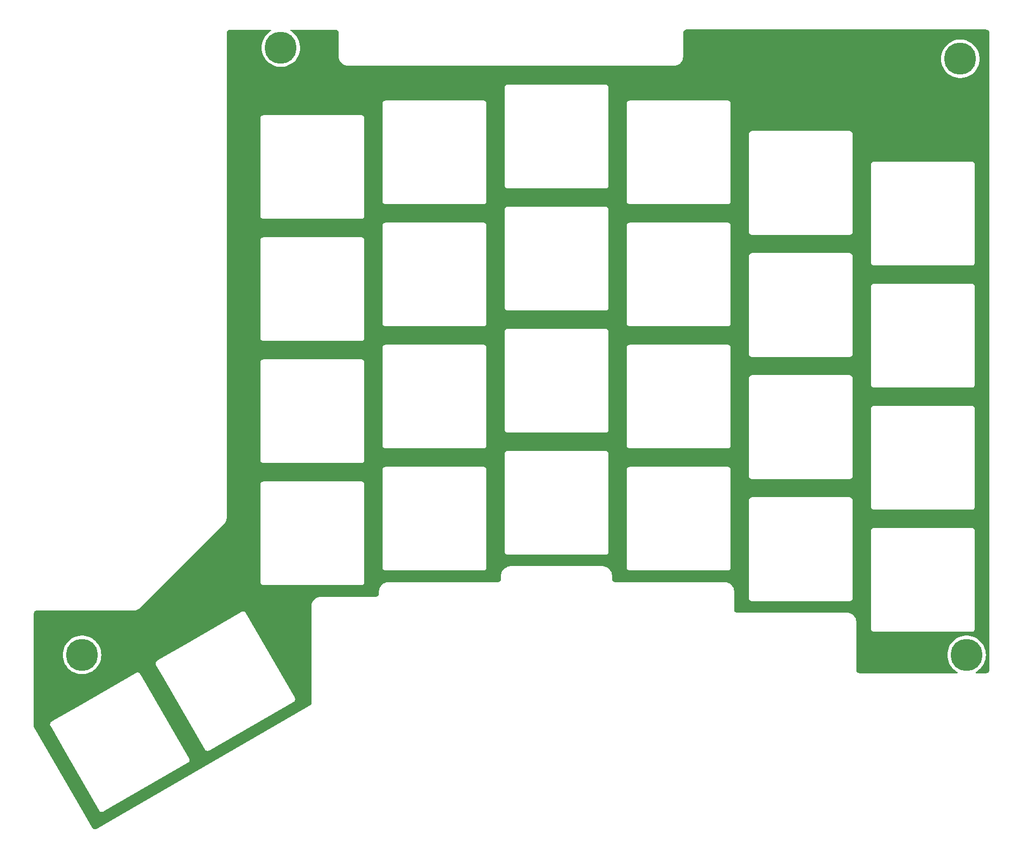
<source format=gbr>
%TF.GenerationSoftware,KiCad,Pcbnew,8.0.1*%
%TF.CreationDate,2024-03-27T10:54:19-04:00*%
%TF.ProjectId,top_plate,746f705f-706c-4617-9465-2e6b69636164,rev?*%
%TF.SameCoordinates,Original*%
%TF.FileFunction,Copper,L2,Bot*%
%TF.FilePolarity,Positive*%
%FSLAX46Y46*%
G04 Gerber Fmt 4.6, Leading zero omitted, Abs format (unit mm)*
G04 Created by KiCad (PCBNEW 8.0.1) date 2024-03-27 10:54:19*
%MOMM*%
%LPD*%
G01*
G04 APERTURE LIST*
%TA.AperFunction,ComponentPad*%
%ADD10C,2.900000*%
%TD*%
%TA.AperFunction,ConnectorPad*%
%ADD11C,5.000000*%
%TD*%
%ADD12C,0.350000*%
G04 APERTURE END LIST*
D10*
%TO.P,REF\u002A\u002A,1*%
%TO.N,N/C*%
X107530629Y-32679488D03*
D11*
X107530629Y-32679488D03*
%TD*%
D10*
%TO.P,REF\u002A\u002A,1*%
%TO.N,N/C*%
X76530629Y-127429488D03*
D11*
X76530629Y-127429488D03*
%TD*%
D10*
%TO.P,REF\u002A\u002A,1*%
%TO.N,N/C*%
X214530629Y-127429488D03*
D11*
X214530629Y-127429488D03*
%TD*%
%TO.P,REF\u002A\u002A,1*%
%TO.N,N/C*%
X213530629Y-34429488D03*
D10*
X213530629Y-34429488D03*
%TD*%
%TA.AperFunction,NonConductor*%
G36*
X217589738Y-29856319D02*
G01*
X217680079Y-29866501D01*
X217707145Y-29872680D01*
X217786339Y-29900394D01*
X217811352Y-29912441D01*
X217873333Y-29951389D01*
X217882394Y-29957083D01*
X217904098Y-29974392D01*
X217963431Y-30033730D01*
X217980737Y-30055434D01*
X217998750Y-30084103D01*
X218025374Y-30126479D01*
X218037420Y-30151495D01*
X218065128Y-30230688D01*
X218071306Y-30257760D01*
X218081518Y-30348427D01*
X218082297Y-30362310D01*
X218082295Y-30428692D01*
X218082359Y-30429652D01*
X218082359Y-129774046D01*
X218081582Y-129787902D01*
X218071441Y-129878088D01*
X218065288Y-129905106D01*
X218037682Y-129984174D01*
X218025681Y-130009152D01*
X217981202Y-130080120D01*
X217963954Y-130101809D01*
X217904827Y-130161125D01*
X217883194Y-130178442D01*
X217812366Y-130223150D01*
X217787428Y-130235229D01*
X217732045Y-130254764D01*
X217708448Y-130263088D01*
X217681451Y-130269327D01*
X217591832Y-130279695D01*
X217577582Y-130280517D01*
X216062579Y-130280517D01*
X215995540Y-130260832D01*
X215949785Y-130208028D01*
X215939841Y-130138870D01*
X215968866Y-130075314D01*
X216006928Y-130045707D01*
X216015027Y-130041639D01*
X216033422Y-130032401D01*
X216325440Y-129840337D01*
X216593187Y-129615671D01*
X216833041Y-129361441D01*
X217041759Y-129081084D01*
X217216518Y-128778392D01*
X217354955Y-128457459D01*
X217455198Y-128122624D01*
X217515891Y-127778415D01*
X217536214Y-127429488D01*
X217515891Y-127080561D01*
X217515889Y-127080549D01*
X217455200Y-126736360D01*
X217455198Y-126736353D01*
X217354954Y-126401515D01*
X217216521Y-126080592D01*
X217216518Y-126080584D01*
X217041759Y-125777892D01*
X217041758Y-125777890D01*
X216833044Y-125497538D01*
X216833039Y-125497532D01*
X216717062Y-125374605D01*
X216593187Y-125243305D01*
X216445117Y-125119060D01*
X216325442Y-125018640D01*
X216325434Y-125018634D01*
X216033425Y-124826576D01*
X215721087Y-124669714D01*
X215721081Y-124669711D01*
X215392641Y-124550169D01*
X215392638Y-124550168D01*
X215052544Y-124469565D01*
X215009148Y-124464492D01*
X214705388Y-124428988D01*
X214355870Y-124428988D01*
X214052109Y-124464492D01*
X214008714Y-124469565D01*
X214008712Y-124469565D01*
X213668619Y-124550168D01*
X213668616Y-124550169D01*
X213340176Y-124669711D01*
X213340170Y-124669714D01*
X213027832Y-124826576D01*
X212735823Y-125018634D01*
X212735815Y-125018640D01*
X212468071Y-125243305D01*
X212468069Y-125243307D01*
X212228218Y-125497532D01*
X212228213Y-125497538D01*
X212019499Y-125777890D01*
X211844742Y-126080579D01*
X211844736Y-126080592D01*
X211706303Y-126401515D01*
X211606059Y-126736353D01*
X211606057Y-126736360D01*
X211545368Y-127080549D01*
X211545367Y-127080560D01*
X211525044Y-127429484D01*
X211525044Y-127429491D01*
X211545367Y-127778415D01*
X211545368Y-127778426D01*
X211606057Y-128122615D01*
X211606059Y-128122622D01*
X211706303Y-128457460D01*
X211844736Y-128778383D01*
X211844742Y-128778396D01*
X212019499Y-129081085D01*
X212228213Y-129361437D01*
X212228218Y-129361443D01*
X212352092Y-129492741D01*
X212468071Y-129615671D01*
X212604282Y-129729965D01*
X212735815Y-129840335D01*
X212735823Y-129840341D01*
X213027832Y-130032399D01*
X213054330Y-130045707D01*
X213105404Y-130093385D01*
X213122594Y-130161107D01*
X213100441Y-130227372D01*
X213045980Y-130271141D01*
X212998679Y-130280517D01*
X197880495Y-130280517D01*
X197880450Y-130280514D01*
X197872211Y-130280514D01*
X197856664Y-130280514D01*
X197813241Y-130280516D01*
X197799444Y-130279747D01*
X197709643Y-130269696D01*
X197682733Y-130263594D01*
X197603968Y-130236223D01*
X197579073Y-130224322D01*
X197508306Y-130180207D01*
X197486660Y-130163095D01*
X197427399Y-130104420D01*
X197410074Y-130082947D01*
X197365255Y-130012617D01*
X197353109Y-129987845D01*
X197351792Y-129984174D01*
X197324954Y-129909348D01*
X197318587Y-129882510D01*
X197307782Y-129793938D01*
X197306871Y-129778936D01*
X197306871Y-123367991D01*
X199612237Y-123367991D01*
X199646345Y-123495287D01*
X199679291Y-123552350D01*
X199712237Y-123609414D01*
X199805423Y-123702600D01*
X199919551Y-123768492D01*
X200046845Y-123802600D01*
X200046847Y-123802600D01*
X215378627Y-123802600D01*
X215378629Y-123802600D01*
X215505923Y-123768492D01*
X215620051Y-123702600D01*
X215713237Y-123609414D01*
X215779129Y-123495286D01*
X215813237Y-123367992D01*
X215813237Y-108036208D01*
X215779129Y-107908914D01*
X215713237Y-107794786D01*
X215620051Y-107701600D01*
X215562987Y-107668654D01*
X215505924Y-107635708D01*
X215442276Y-107618654D01*
X215378629Y-107601600D01*
X200178629Y-107601600D01*
X200046845Y-107601600D01*
X199919549Y-107635708D01*
X199805423Y-107701600D01*
X199805420Y-107701602D01*
X199712239Y-107794783D01*
X199712237Y-107794786D01*
X199646345Y-107908912D01*
X199612237Y-108036208D01*
X199612237Y-123367991D01*
X197306871Y-123367991D01*
X197306871Y-122260142D01*
X197306784Y-122258819D01*
X197306785Y-122226210D01*
X197276244Y-122013764D01*
X197215780Y-121807826D01*
X197215778Y-121807821D01*
X197126629Y-121612601D01*
X197126625Y-121612595D01*
X197126623Y-121612589D01*
X197080067Y-121540142D01*
X197010595Y-121432034D01*
X197010592Y-121432030D01*
X197010590Y-121432027D01*
X196870041Y-121269817D01*
X196755115Y-121170227D01*
X196707842Y-121129262D01*
X196707841Y-121129261D01*
X196527285Y-121013218D01*
X196527280Y-121013215D01*
X196332053Y-120924050D01*
X196332046Y-120924048D01*
X196188605Y-120881924D01*
X196126120Y-120863574D01*
X196126107Y-120863571D01*
X195913678Y-120833021D01*
X195913669Y-120833020D01*
X195879028Y-120833019D01*
X195878988Y-120833017D01*
X195872229Y-120833017D01*
X195806357Y-120833017D01*
X195806348Y-120833016D01*
X195740463Y-120833014D01*
X195740461Y-120833014D01*
X195732223Y-120833014D01*
X195732179Y-120833017D01*
X178833195Y-120833017D01*
X178833150Y-120833014D01*
X178824911Y-120833014D01*
X178809357Y-120833014D01*
X178765951Y-120833016D01*
X178752124Y-120832243D01*
X178662131Y-120822148D01*
X178635162Y-120816019D01*
X178556235Y-120788524D01*
X178531293Y-120776569D01*
X178460421Y-120732261D01*
X178438754Y-120715078D01*
X178379466Y-120656167D01*
X178362143Y-120634606D01*
X178317387Y-120564017D01*
X178305275Y-120539155D01*
X178293523Y-120506100D01*
X178277279Y-120460407D01*
X178270978Y-120433477D01*
X178260405Y-120344347D01*
X178259542Y-120329740D01*
X178259542Y-118605492D01*
X180562237Y-118605492D01*
X180574999Y-118653120D01*
X180596345Y-118732787D01*
X180608071Y-118753096D01*
X180662237Y-118846914D01*
X180755423Y-118940100D01*
X180869551Y-119005992D01*
X180996845Y-119040100D01*
X180996847Y-119040100D01*
X196328627Y-119040100D01*
X196328629Y-119040100D01*
X196455923Y-119005992D01*
X196570051Y-118940100D01*
X196663237Y-118846914D01*
X196729129Y-118732786D01*
X196763237Y-118605492D01*
X196763237Y-104317991D01*
X199612237Y-104317991D01*
X199646345Y-104445287D01*
X199679291Y-104502350D01*
X199712237Y-104559414D01*
X199805423Y-104652600D01*
X199919551Y-104718492D01*
X200046845Y-104752600D01*
X200046847Y-104752600D01*
X215378627Y-104752600D01*
X215378629Y-104752600D01*
X215505923Y-104718492D01*
X215620051Y-104652600D01*
X215713237Y-104559414D01*
X215779129Y-104445286D01*
X215813237Y-104317992D01*
X215813237Y-88986208D01*
X215779129Y-88858914D01*
X215713237Y-88744786D01*
X215620051Y-88651600D01*
X215562987Y-88618654D01*
X215505924Y-88585708D01*
X215442276Y-88568654D01*
X215378629Y-88551600D01*
X200178629Y-88551600D01*
X200046845Y-88551600D01*
X199919549Y-88585708D01*
X199805423Y-88651600D01*
X199805420Y-88651602D01*
X199712239Y-88744783D01*
X199712237Y-88744786D01*
X199646345Y-88858912D01*
X199612237Y-88986208D01*
X199612237Y-104317991D01*
X196763237Y-104317991D01*
X196763237Y-103273708D01*
X196729129Y-103146414D01*
X196663237Y-103032286D01*
X196570051Y-102939100D01*
X196512987Y-102906154D01*
X196455924Y-102873208D01*
X196392276Y-102856154D01*
X196328629Y-102839100D01*
X181128629Y-102839100D01*
X180996845Y-102839100D01*
X180869549Y-102873208D01*
X180755423Y-102939100D01*
X180755420Y-102939102D01*
X180662239Y-103032283D01*
X180662237Y-103032286D01*
X180596345Y-103146412D01*
X180562237Y-103273708D01*
X180562237Y-118473708D01*
X180562237Y-118605492D01*
X178259542Y-118605492D01*
X178259542Y-117569487D01*
X178259543Y-117568930D01*
X178259982Y-117471101D01*
X178259981Y-117471096D01*
X178230590Y-117260298D01*
X178230255Y-117257891D01*
X178170400Y-117051107D01*
X178081643Y-116854983D01*
X177965801Y-116673536D01*
X177962920Y-116670194D01*
X177825247Y-116510483D01*
X177782424Y-116473215D01*
X177662858Y-116369158D01*
X177481960Y-116252460D01*
X177481959Y-116252459D01*
X177481952Y-116252455D01*
X177286256Y-116162776D01*
X177142265Y-116120358D01*
X177079759Y-116101945D01*
X177079757Y-116101944D01*
X177079755Y-116101944D01*
X176866690Y-116071210D01*
X176832999Y-116071202D01*
X176832718Y-116071184D01*
X176824929Y-116071184D01*
X176759057Y-116071184D01*
X176759048Y-116071183D01*
X176693163Y-116071181D01*
X176693161Y-116071181D01*
X176684923Y-116071181D01*
X176684879Y-116071184D01*
X159785895Y-116071184D01*
X159785850Y-116071181D01*
X159777611Y-116071181D01*
X159762036Y-116071181D01*
X159718683Y-116071183D01*
X159704800Y-116070404D01*
X159614454Y-116060228D01*
X159587381Y-116054049D01*
X159508174Y-116026335D01*
X159483160Y-116014290D01*
X159412113Y-115969650D01*
X159390404Y-115952339D01*
X159331067Y-115893003D01*
X159313755Y-115871294D01*
X159269111Y-115800245D01*
X159257067Y-115775236D01*
X159229350Y-115696023D01*
X159223174Y-115668965D01*
X159213032Y-115578934D01*
X159212253Y-115565051D01*
X159212253Y-115562600D01*
X159212254Y-115505800D01*
X159212253Y-115505796D01*
X159212253Y-115505792D01*
X159212253Y-115497989D01*
X159212214Y-115497391D01*
X159212214Y-115021677D01*
X159212172Y-115021053D01*
X159212174Y-114988228D01*
X159212173Y-114988221D01*
X159212173Y-114988217D01*
X159181636Y-114775780D01*
X159121175Y-114569849D01*
X159121172Y-114569841D01*
X159032016Y-114374599D01*
X159032014Y-114374597D01*
X158999192Y-114323522D01*
X158915986Y-114194043D01*
X158775439Y-114031832D01*
X158769060Y-114026304D01*
X158613239Y-113891275D01*
X158613231Y-113891269D01*
X158538115Y-113842991D01*
X161512237Y-113842991D01*
X161546345Y-113970287D01*
X161578685Y-114026301D01*
X161612237Y-114084414D01*
X161705423Y-114177600D01*
X161819551Y-114243492D01*
X161946845Y-114277600D01*
X161946847Y-114277600D01*
X177278627Y-114277600D01*
X177278629Y-114277600D01*
X177405923Y-114243492D01*
X177520051Y-114177600D01*
X177613237Y-114084414D01*
X177679129Y-113970286D01*
X177713237Y-113842992D01*
X177713237Y-99555491D01*
X180562237Y-99555491D01*
X180596345Y-99682787D01*
X180629291Y-99739850D01*
X180662237Y-99796914D01*
X180755423Y-99890100D01*
X180869551Y-99955992D01*
X180996845Y-99990100D01*
X180996847Y-99990100D01*
X196328627Y-99990100D01*
X196328629Y-99990100D01*
X196455923Y-99955992D01*
X196570051Y-99890100D01*
X196663237Y-99796914D01*
X196729129Y-99682786D01*
X196763237Y-99555492D01*
X196763237Y-85267991D01*
X199612237Y-85267991D01*
X199646345Y-85395287D01*
X199679291Y-85452350D01*
X199712237Y-85509414D01*
X199805423Y-85602600D01*
X199919551Y-85668492D01*
X200046845Y-85702600D01*
X200046847Y-85702600D01*
X215378627Y-85702600D01*
X215378629Y-85702600D01*
X215505923Y-85668492D01*
X215620051Y-85602600D01*
X215713237Y-85509414D01*
X215779129Y-85395286D01*
X215813237Y-85267992D01*
X215813237Y-69936208D01*
X215779129Y-69808914D01*
X215713237Y-69694786D01*
X215620051Y-69601600D01*
X215562987Y-69568654D01*
X215505924Y-69535708D01*
X215442276Y-69518654D01*
X215378629Y-69501600D01*
X200178629Y-69501600D01*
X200046845Y-69501600D01*
X199919549Y-69535708D01*
X199805423Y-69601600D01*
X199805420Y-69601602D01*
X199712239Y-69694783D01*
X199712237Y-69694786D01*
X199646345Y-69808912D01*
X199612237Y-69936208D01*
X199612237Y-85267991D01*
X196763237Y-85267991D01*
X196763237Y-84223708D01*
X196729129Y-84096414D01*
X196663237Y-83982286D01*
X196570051Y-83889100D01*
X196512987Y-83856154D01*
X196455924Y-83823208D01*
X196392276Y-83806154D01*
X196328629Y-83789100D01*
X181128629Y-83789100D01*
X180996845Y-83789100D01*
X180869549Y-83823208D01*
X180755423Y-83889100D01*
X180755420Y-83889102D01*
X180662239Y-83982283D01*
X180662237Y-83982286D01*
X180596345Y-84096412D01*
X180562237Y-84223708D01*
X180562237Y-99555491D01*
X177713237Y-99555491D01*
X177713237Y-98511208D01*
X177679129Y-98383914D01*
X177613237Y-98269786D01*
X177520051Y-98176600D01*
X177462987Y-98143654D01*
X177405924Y-98110708D01*
X177342276Y-98093654D01*
X177278629Y-98076600D01*
X162078629Y-98076600D01*
X161946845Y-98076600D01*
X161819549Y-98110708D01*
X161705423Y-98176600D01*
X161705420Y-98176602D01*
X161612239Y-98269783D01*
X161612237Y-98269786D01*
X161546345Y-98383912D01*
X161512237Y-98511208D01*
X161512237Y-113842991D01*
X158538115Y-113842991D01*
X158432689Y-113775233D01*
X158432681Y-113775228D01*
X158316567Y-113722196D01*
X158237450Y-113686061D01*
X158237447Y-113686060D01*
X158031521Y-113625587D01*
X158031508Y-113625584D01*
X157819076Y-113595033D01*
X157819069Y-113595032D01*
X157784428Y-113595031D01*
X157784388Y-113595029D01*
X157777629Y-113595029D01*
X157711757Y-113595029D01*
X157711748Y-113595028D01*
X157645863Y-113595026D01*
X157645861Y-113595026D01*
X157637623Y-113595026D01*
X157637579Y-113595029D01*
X143403134Y-113595029D01*
X143401910Y-113595023D01*
X143300987Y-113594026D01*
X143086861Y-113622764D01*
X142879059Y-113681877D01*
X142681884Y-113770139D01*
X142681874Y-113770144D01*
X142499365Y-113885746D01*
X142335295Y-114026301D01*
X142335292Y-114026305D01*
X142193051Y-114188912D01*
X142075568Y-114370217D01*
X141985266Y-114566486D01*
X141924010Y-114773661D01*
X141924008Y-114773672D01*
X141893063Y-114987472D01*
X141893062Y-114987478D01*
X141893046Y-115021484D01*
X141893013Y-115022011D01*
X141893013Y-115564738D01*
X141892233Y-115578623D01*
X141882053Y-115668966D01*
X141875875Y-115696035D01*
X141848159Y-115775244D01*
X141836111Y-115800261D01*
X141791471Y-115871306D01*
X141774159Y-115893016D01*
X141714821Y-115952355D01*
X141693112Y-115969667D01*
X141622065Y-116014310D01*
X141597047Y-116026358D01*
X141517844Y-116054073D01*
X141490774Y-116060252D01*
X141400756Y-116070396D01*
X141386871Y-116071176D01*
X141317671Y-116071176D01*
X141317572Y-116071184D01*
X124272853Y-116071184D01*
X124271623Y-116071263D01*
X124238887Y-116071262D01*
X124238881Y-116071262D01*
X124026429Y-116101794D01*
X124026428Y-116101794D01*
X123820491Y-116162250D01*
X123625245Y-116251405D01*
X123625235Y-116251410D01*
X123444681Y-116367434D01*
X123444675Y-116367439D01*
X123282459Y-116507989D01*
X123141903Y-116670189D01*
X123025853Y-116850757D01*
X122969689Y-116973735D01*
X122936689Y-117045992D01*
X122876216Y-117251932D01*
X122845939Y-117462508D01*
X122845669Y-117464384D01*
X122845669Y-117850489D01*
X122844901Y-117864268D01*
X122834872Y-117953960D01*
X122828785Y-117980838D01*
X122801475Y-118059527D01*
X122789603Y-118084396D01*
X122745585Y-118155114D01*
X122728512Y-118176747D01*
X122669963Y-118235995D01*
X122648533Y-118253324D01*
X122578345Y-118298176D01*
X122553621Y-118310342D01*
X122475260Y-118338586D01*
X122448455Y-118344991D01*
X122360207Y-118355921D01*
X122344968Y-118356861D01*
X113751384Y-118356861D01*
X113750430Y-118356922D01*
X113717525Y-118356922D01*
X113505081Y-118387461D01*
X113299147Y-118447921D01*
X113299144Y-118447922D01*
X113103901Y-118537080D01*
X113103893Y-118537085D01*
X112923329Y-118653119D01*
X112923324Y-118653122D01*
X112761116Y-118793672D01*
X112620554Y-118955883D01*
X112504509Y-119136448D01*
X112415344Y-119331685D01*
X112354874Y-119537623D01*
X112354873Y-119537628D01*
X112354873Y-119537629D01*
X112324877Y-119746254D01*
X112324326Y-119750083D01*
X112324326Y-134907141D01*
X112323654Y-134920030D01*
X112314879Y-135003993D01*
X112309549Y-135029215D01*
X112285598Y-135103371D01*
X112275169Y-135126944D01*
X112236403Y-135194547D01*
X112221323Y-135215457D01*
X112169418Y-135273581D01*
X112150341Y-135290920D01*
X112082779Y-135340552D01*
X112071386Y-135347995D01*
X78852536Y-154534774D01*
X78852480Y-154534804D01*
X78797065Y-154566814D01*
X78784651Y-154573084D01*
X78701313Y-154609463D01*
X78674778Y-154617653D01*
X78592325Y-154633268D01*
X78564630Y-154635348D01*
X78480773Y-154632220D01*
X78453313Y-154628084D01*
X78372256Y-154606373D01*
X78346403Y-154596229D01*
X78272206Y-154557020D01*
X78249260Y-154541377D01*
X78185650Y-154486638D01*
X78166768Y-154466288D01*
X78113100Y-154393569D01*
X78105376Y-154381749D01*
X78072928Y-154325318D01*
X78071447Y-154323101D01*
X76678123Y-151909799D01*
X69083821Y-138756113D01*
X69083816Y-138756100D01*
X69073978Y-138739061D01*
X69048487Y-138694912D01*
X69043547Y-138685431D01*
X69013873Y-138621954D01*
X69006522Y-138601876D01*
X68989605Y-138539450D01*
X68985814Y-138518414D01*
X68979424Y-138449134D01*
X68978900Y-138437745D01*
X68978900Y-138345714D01*
X71528815Y-138345714D01*
X71562923Y-138473008D01*
X71562924Y-138473011D01*
X74118220Y-142898913D01*
X79228815Y-151750723D01*
X79322001Y-151843909D01*
X79420836Y-151900972D01*
X79436125Y-151909799D01*
X79436129Y-151909801D01*
X79563423Y-151943909D01*
X79563425Y-151943909D01*
X79695205Y-151943909D01*
X79695207Y-151943909D01*
X79822501Y-151909801D01*
X79936629Y-151843909D01*
X79936628Y-151843909D01*
X93100215Y-144243909D01*
X93193401Y-144150723D01*
X93259293Y-144036595D01*
X93293401Y-143909301D01*
X93293401Y-143777517D01*
X93259293Y-143650223D01*
X93193401Y-143536095D01*
X85651825Y-130473703D01*
X85651825Y-130473702D01*
X85593405Y-130372515D01*
X85593399Y-130372507D01*
X85500217Y-130279325D01*
X85500215Y-130279323D01*
X85415809Y-130230591D01*
X85386088Y-130213431D01*
X85295897Y-130189265D01*
X85258793Y-130179323D01*
X85127009Y-130179323D01*
X84999715Y-130213431D01*
X84999712Y-130213432D01*
X76335951Y-135215457D01*
X71836129Y-137813430D01*
X71807355Y-137830043D01*
X71807354Y-137830044D01*
X71722004Y-137879321D01*
X71721998Y-137879325D01*
X71628817Y-137972506D01*
X71628815Y-137972509D01*
X71562923Y-138086635D01*
X71528815Y-138213931D01*
X71528815Y-138345714D01*
X68978900Y-138345714D01*
X68978900Y-127429491D01*
X73525044Y-127429491D01*
X73545367Y-127778415D01*
X73545368Y-127778426D01*
X73606057Y-128122615D01*
X73606059Y-128122622D01*
X73706303Y-128457460D01*
X73844736Y-128778383D01*
X73844742Y-128778396D01*
X74019499Y-129081085D01*
X74228213Y-129361437D01*
X74228218Y-129361443D01*
X74352092Y-129492741D01*
X74468071Y-129615671D01*
X74604282Y-129729965D01*
X74735815Y-129840335D01*
X74735823Y-129840341D01*
X75027832Y-130032399D01*
X75027836Y-130032401D01*
X75340178Y-130189265D01*
X75668618Y-130308807D01*
X76008715Y-130389411D01*
X76355870Y-130429988D01*
X76355877Y-130429988D01*
X76705381Y-130429988D01*
X76705388Y-130429988D01*
X77052543Y-130389411D01*
X77392640Y-130308807D01*
X77721080Y-130189265D01*
X78033422Y-130032401D01*
X78325440Y-129840337D01*
X78593187Y-129615671D01*
X78833041Y-129361441D01*
X79041759Y-129081084D01*
X79192083Y-128820714D01*
X88013415Y-128820714D01*
X88047523Y-128948008D01*
X88047524Y-128948011D01*
X89394895Y-131281725D01*
X95713415Y-142225723D01*
X95806601Y-142318909D01*
X95905436Y-142375972D01*
X95920725Y-142384799D01*
X95920729Y-142384801D01*
X96048023Y-142418909D01*
X96048025Y-142418909D01*
X96179805Y-142418909D01*
X96179807Y-142418909D01*
X96307101Y-142384801D01*
X96421229Y-142318909D01*
X96421228Y-142318909D01*
X109584815Y-134718909D01*
X109678001Y-134625723D01*
X109743893Y-134511595D01*
X109778001Y-134384301D01*
X109778001Y-134252517D01*
X109743893Y-134125223D01*
X109678001Y-134011095D01*
X102122191Y-120924049D01*
X102078001Y-120847509D01*
X101984815Y-120754323D01*
X101916841Y-120715078D01*
X101870688Y-120688431D01*
X101807040Y-120671377D01*
X101743393Y-120654323D01*
X101611609Y-120654323D01*
X101484315Y-120688431D01*
X101484312Y-120688432D01*
X93154696Y-125497538D01*
X88320729Y-128288430D01*
X88291955Y-128305043D01*
X88291954Y-128305044D01*
X88206604Y-128354321D01*
X88206598Y-128354325D01*
X88113417Y-128447506D01*
X88113415Y-128447509D01*
X88047523Y-128561635D01*
X88013415Y-128688931D01*
X88013415Y-128820714D01*
X79192083Y-128820714D01*
X79216518Y-128778392D01*
X79354955Y-128457459D01*
X79455198Y-128122624D01*
X79515891Y-127778415D01*
X79536214Y-127429488D01*
X79515891Y-127080561D01*
X79515889Y-127080549D01*
X79455200Y-126736360D01*
X79455198Y-126736353D01*
X79354954Y-126401515D01*
X79216521Y-126080592D01*
X79216518Y-126080584D01*
X79041759Y-125777892D01*
X79041758Y-125777890D01*
X78833044Y-125497538D01*
X78833039Y-125497532D01*
X78717062Y-125374605D01*
X78593187Y-125243305D01*
X78445117Y-125119060D01*
X78325442Y-125018640D01*
X78325434Y-125018634D01*
X78033425Y-124826576D01*
X77721087Y-124669714D01*
X77721081Y-124669711D01*
X77392641Y-124550169D01*
X77392638Y-124550168D01*
X77052544Y-124469565D01*
X77009148Y-124464492D01*
X76705388Y-124428988D01*
X76355870Y-124428988D01*
X76052109Y-124464492D01*
X76008714Y-124469565D01*
X76008712Y-124469565D01*
X75668619Y-124550168D01*
X75668616Y-124550169D01*
X75340176Y-124669711D01*
X75340170Y-124669714D01*
X75027832Y-124826576D01*
X74735823Y-125018634D01*
X74735815Y-125018640D01*
X74468071Y-125243305D01*
X74468069Y-125243307D01*
X74228218Y-125497532D01*
X74228213Y-125497538D01*
X74019499Y-125777890D01*
X73844742Y-126080579D01*
X73844736Y-126080592D01*
X73706303Y-126401515D01*
X73606059Y-126736353D01*
X73606057Y-126736360D01*
X73545368Y-127080549D01*
X73545367Y-127080560D01*
X73525044Y-127429484D01*
X73525044Y-127429491D01*
X68978900Y-127429491D01*
X68978900Y-121012527D01*
X68979671Y-120998720D01*
X68988038Y-120924048D01*
X68989741Y-120908850D01*
X68995850Y-120881931D01*
X69023275Y-120803091D01*
X69035188Y-120778197D01*
X69079381Y-120707384D01*
X69096514Y-120685738D01*
X69155281Y-120626465D01*
X69176777Y-120609150D01*
X69247205Y-120564354D01*
X69272004Y-120552224D01*
X69350599Y-120524128D01*
X69377470Y-120517787D01*
X69466867Y-120506993D01*
X69481730Y-120506100D01*
X84484631Y-120506100D01*
X84499157Y-120506100D01*
X84499214Y-120506116D01*
X84550535Y-120506115D01*
X84550535Y-120506116D01*
X84648884Y-120506114D01*
X84843899Y-120480435D01*
X85033895Y-120429521D01*
X85215619Y-120354243D01*
X85385963Y-120255890D01*
X85542011Y-120136143D01*
X85594206Y-120083944D01*
X89549158Y-116128991D01*
X104362237Y-116128991D01*
X104396345Y-116256287D01*
X104417336Y-116292644D01*
X104462237Y-116370414D01*
X104555423Y-116463600D01*
X104669551Y-116529492D01*
X104796845Y-116563600D01*
X104796847Y-116563600D01*
X120128627Y-116563600D01*
X120128629Y-116563600D01*
X120255923Y-116529492D01*
X120370051Y-116463600D01*
X120463237Y-116370414D01*
X120529129Y-116256286D01*
X120563237Y-116128992D01*
X120563237Y-113842991D01*
X123412237Y-113842991D01*
X123446345Y-113970287D01*
X123478685Y-114026301D01*
X123512237Y-114084414D01*
X123605423Y-114177600D01*
X123719551Y-114243492D01*
X123846845Y-114277600D01*
X123846847Y-114277600D01*
X139178627Y-114277600D01*
X139178629Y-114277600D01*
X139305923Y-114243492D01*
X139420051Y-114177600D01*
X139513237Y-114084414D01*
X139579129Y-113970286D01*
X139613237Y-113842992D01*
X139613237Y-111366491D01*
X142462237Y-111366491D01*
X142496345Y-111493787D01*
X142529291Y-111550850D01*
X142562237Y-111607914D01*
X142655423Y-111701100D01*
X142769551Y-111766992D01*
X142896845Y-111801100D01*
X142896847Y-111801100D01*
X158228627Y-111801100D01*
X158228629Y-111801100D01*
X158355923Y-111766992D01*
X158470051Y-111701100D01*
X158563237Y-111607914D01*
X158629129Y-111493786D01*
X158663237Y-111366492D01*
X158663237Y-96034708D01*
X158629129Y-95907414D01*
X158563237Y-95793286D01*
X158470051Y-95700100D01*
X158412987Y-95667154D01*
X158355924Y-95634208D01*
X158292276Y-95617154D01*
X158228629Y-95600100D01*
X143028629Y-95600100D01*
X142896845Y-95600100D01*
X142769549Y-95634208D01*
X142655423Y-95700100D01*
X142655420Y-95700102D01*
X142562239Y-95793283D01*
X142562237Y-95793286D01*
X142496345Y-95907412D01*
X142462237Y-96034708D01*
X142462237Y-111366491D01*
X139613237Y-111366491D01*
X139613237Y-98511208D01*
X139579129Y-98383914D01*
X139513237Y-98269786D01*
X139420051Y-98176600D01*
X139362987Y-98143654D01*
X139305924Y-98110708D01*
X139242276Y-98093654D01*
X139178629Y-98076600D01*
X123978629Y-98076600D01*
X123846845Y-98076600D01*
X123719549Y-98110708D01*
X123605423Y-98176600D01*
X123605420Y-98176602D01*
X123512239Y-98269783D01*
X123512237Y-98269786D01*
X123446345Y-98383912D01*
X123412237Y-98511208D01*
X123412237Y-113842991D01*
X120563237Y-113842991D01*
X120563237Y-100797208D01*
X120529129Y-100669914D01*
X120463237Y-100555786D01*
X120370051Y-100462600D01*
X120312987Y-100429654D01*
X120255924Y-100396708D01*
X120192276Y-100379654D01*
X120128629Y-100362600D01*
X104928629Y-100362600D01*
X104796845Y-100362600D01*
X104669549Y-100396708D01*
X104555423Y-100462600D01*
X104555420Y-100462602D01*
X104462239Y-100555783D01*
X104462237Y-100555786D01*
X104396345Y-100669912D01*
X104362237Y-100797208D01*
X104362237Y-116128991D01*
X89549158Y-116128991D01*
X98634306Y-107043842D01*
X98635656Y-107042503D01*
X98635657Y-107042504D01*
X98705844Y-106972858D01*
X98826780Y-106816392D01*
X98926139Y-106645410D01*
X99002201Y-106462868D01*
X99053653Y-106271923D01*
X99079603Y-106075878D01*
X99079611Y-106051337D01*
X99079637Y-106050958D01*
X99079637Y-97078991D01*
X104362237Y-97078991D01*
X104396345Y-97206287D01*
X104429291Y-97263350D01*
X104462237Y-97320414D01*
X104555423Y-97413600D01*
X104669551Y-97479492D01*
X104796845Y-97513600D01*
X104796847Y-97513600D01*
X120128627Y-97513600D01*
X120128629Y-97513600D01*
X120255923Y-97479492D01*
X120370051Y-97413600D01*
X120463237Y-97320414D01*
X120529129Y-97206286D01*
X120563237Y-97078992D01*
X120563237Y-94792991D01*
X123412237Y-94792991D01*
X123446345Y-94920287D01*
X123479291Y-94977350D01*
X123512237Y-95034414D01*
X123605423Y-95127600D01*
X123719551Y-95193492D01*
X123846845Y-95227600D01*
X123846847Y-95227600D01*
X139178627Y-95227600D01*
X139178629Y-95227600D01*
X139305923Y-95193492D01*
X139420051Y-95127600D01*
X139513237Y-95034414D01*
X139579129Y-94920286D01*
X139613237Y-94792992D01*
X139613237Y-94792991D01*
X161512237Y-94792991D01*
X161546345Y-94920287D01*
X161579291Y-94977350D01*
X161612237Y-95034414D01*
X161705423Y-95127600D01*
X161819551Y-95193492D01*
X161946845Y-95227600D01*
X161946847Y-95227600D01*
X177278627Y-95227600D01*
X177278629Y-95227600D01*
X177405923Y-95193492D01*
X177520051Y-95127600D01*
X177613237Y-95034414D01*
X177679129Y-94920286D01*
X177713237Y-94792992D01*
X177713237Y-80505491D01*
X180562237Y-80505491D01*
X180596345Y-80632787D01*
X180629291Y-80689850D01*
X180662237Y-80746914D01*
X180755423Y-80840100D01*
X180869551Y-80905992D01*
X180996845Y-80940100D01*
X180996847Y-80940100D01*
X196328627Y-80940100D01*
X196328629Y-80940100D01*
X196455923Y-80905992D01*
X196570051Y-80840100D01*
X196663237Y-80746914D01*
X196729129Y-80632786D01*
X196763237Y-80505492D01*
X196763237Y-66217991D01*
X199612237Y-66217991D01*
X199646345Y-66345287D01*
X199679291Y-66402350D01*
X199712237Y-66459414D01*
X199805423Y-66552600D01*
X199919551Y-66618492D01*
X200046845Y-66652600D01*
X200046847Y-66652600D01*
X215378627Y-66652600D01*
X215378629Y-66652600D01*
X215505923Y-66618492D01*
X215620051Y-66552600D01*
X215713237Y-66459414D01*
X215779129Y-66345286D01*
X215813237Y-66217992D01*
X215813237Y-50886208D01*
X215779129Y-50758914D01*
X215713237Y-50644786D01*
X215620051Y-50551600D01*
X215562987Y-50518654D01*
X215505924Y-50485708D01*
X215442276Y-50468654D01*
X215378629Y-50451600D01*
X200178629Y-50451600D01*
X200046845Y-50451600D01*
X199919549Y-50485708D01*
X199805423Y-50551600D01*
X199805420Y-50551602D01*
X199712239Y-50644783D01*
X199712237Y-50644786D01*
X199646345Y-50758912D01*
X199612237Y-50886208D01*
X199612237Y-66217991D01*
X196763237Y-66217991D01*
X196763237Y-65173708D01*
X196729129Y-65046414D01*
X196663237Y-64932286D01*
X196570051Y-64839100D01*
X196512987Y-64806154D01*
X196455924Y-64773208D01*
X196392276Y-64756154D01*
X196328629Y-64739100D01*
X181128629Y-64739100D01*
X180996845Y-64739100D01*
X180869549Y-64773208D01*
X180755423Y-64839100D01*
X180755420Y-64839102D01*
X180662239Y-64932283D01*
X180662237Y-64932286D01*
X180596345Y-65046412D01*
X180562237Y-65173708D01*
X180562237Y-80505491D01*
X177713237Y-80505491D01*
X177713237Y-79461208D01*
X177679129Y-79333914D01*
X177613237Y-79219786D01*
X177520051Y-79126600D01*
X177462987Y-79093654D01*
X177405924Y-79060708D01*
X177342276Y-79043654D01*
X177278629Y-79026600D01*
X162078629Y-79026600D01*
X161946845Y-79026600D01*
X161819549Y-79060708D01*
X161705423Y-79126600D01*
X161705420Y-79126602D01*
X161612239Y-79219783D01*
X161612237Y-79219786D01*
X161546345Y-79333912D01*
X161512237Y-79461208D01*
X161512237Y-94792991D01*
X139613237Y-94792991D01*
X139613237Y-92316491D01*
X142462237Y-92316491D01*
X142496345Y-92443787D01*
X142529291Y-92500850D01*
X142562237Y-92557914D01*
X142655423Y-92651100D01*
X142769551Y-92716992D01*
X142896845Y-92751100D01*
X142896847Y-92751100D01*
X158228627Y-92751100D01*
X158228629Y-92751100D01*
X158355923Y-92716992D01*
X158470051Y-92651100D01*
X158563237Y-92557914D01*
X158629129Y-92443786D01*
X158663237Y-92316492D01*
X158663237Y-76984708D01*
X158629129Y-76857414D01*
X158563237Y-76743286D01*
X158470051Y-76650100D01*
X158412987Y-76617154D01*
X158355924Y-76584208D01*
X158292276Y-76567154D01*
X158228629Y-76550100D01*
X143028629Y-76550100D01*
X142896845Y-76550100D01*
X142769549Y-76584208D01*
X142655423Y-76650100D01*
X142655420Y-76650102D01*
X142562239Y-76743283D01*
X142562237Y-76743286D01*
X142496345Y-76857412D01*
X142462237Y-76984708D01*
X142462237Y-92316491D01*
X139613237Y-92316491D01*
X139613237Y-79461208D01*
X139579129Y-79333914D01*
X139513237Y-79219786D01*
X139420051Y-79126600D01*
X139362987Y-79093654D01*
X139305924Y-79060708D01*
X139242276Y-79043654D01*
X139178629Y-79026600D01*
X123978629Y-79026600D01*
X123846845Y-79026600D01*
X123719549Y-79060708D01*
X123605423Y-79126600D01*
X123605420Y-79126602D01*
X123512239Y-79219783D01*
X123512237Y-79219786D01*
X123446345Y-79333912D01*
X123412237Y-79461208D01*
X123412237Y-94792991D01*
X120563237Y-94792991D01*
X120563237Y-81747208D01*
X120529129Y-81619914D01*
X120463237Y-81505786D01*
X120370051Y-81412600D01*
X120312987Y-81379654D01*
X120255924Y-81346708D01*
X120192276Y-81329654D01*
X120128629Y-81312600D01*
X104928629Y-81312600D01*
X104796845Y-81312600D01*
X104669549Y-81346708D01*
X104555423Y-81412600D01*
X104555420Y-81412602D01*
X104462239Y-81505783D01*
X104462237Y-81505786D01*
X104396345Y-81619912D01*
X104362237Y-81747208D01*
X104362237Y-97078991D01*
X99079637Y-97078991D01*
X99079637Y-78028991D01*
X104362237Y-78028991D01*
X104396345Y-78156287D01*
X104429291Y-78213350D01*
X104462237Y-78270414D01*
X104555423Y-78363600D01*
X104669551Y-78429492D01*
X104796845Y-78463600D01*
X104796847Y-78463600D01*
X120128627Y-78463600D01*
X120128629Y-78463600D01*
X120255923Y-78429492D01*
X120370051Y-78363600D01*
X120463237Y-78270414D01*
X120529129Y-78156286D01*
X120563237Y-78028992D01*
X120563237Y-75742991D01*
X123412237Y-75742991D01*
X123446345Y-75870287D01*
X123479291Y-75927350D01*
X123512237Y-75984414D01*
X123605423Y-76077600D01*
X123719551Y-76143492D01*
X123846845Y-76177600D01*
X123846847Y-76177600D01*
X139178627Y-76177600D01*
X139178629Y-76177600D01*
X139305923Y-76143492D01*
X139420051Y-76077600D01*
X139513237Y-75984414D01*
X139579129Y-75870286D01*
X139613237Y-75742992D01*
X139613237Y-75742991D01*
X161512237Y-75742991D01*
X161546345Y-75870287D01*
X161579291Y-75927350D01*
X161612237Y-75984414D01*
X161705423Y-76077600D01*
X161819551Y-76143492D01*
X161946845Y-76177600D01*
X161946847Y-76177600D01*
X177278627Y-76177600D01*
X177278629Y-76177600D01*
X177405923Y-76143492D01*
X177520051Y-76077600D01*
X177613237Y-75984414D01*
X177679129Y-75870286D01*
X177713237Y-75742992D01*
X177713237Y-61455491D01*
X180562237Y-61455491D01*
X180596345Y-61582787D01*
X180629291Y-61639850D01*
X180662237Y-61696914D01*
X180755423Y-61790100D01*
X180869551Y-61855992D01*
X180996845Y-61890100D01*
X180996847Y-61890100D01*
X196328627Y-61890100D01*
X196328629Y-61890100D01*
X196455923Y-61855992D01*
X196570051Y-61790100D01*
X196663237Y-61696914D01*
X196729129Y-61582786D01*
X196763237Y-61455492D01*
X196763237Y-46123708D01*
X196729129Y-45996414D01*
X196663237Y-45882286D01*
X196570051Y-45789100D01*
X196512987Y-45756154D01*
X196455924Y-45723208D01*
X196392276Y-45706154D01*
X196328629Y-45689100D01*
X181128629Y-45689100D01*
X180996845Y-45689100D01*
X180869549Y-45723208D01*
X180755423Y-45789100D01*
X180755420Y-45789102D01*
X180662239Y-45882283D01*
X180662237Y-45882286D01*
X180596345Y-45996412D01*
X180562237Y-46123708D01*
X180562237Y-61455491D01*
X177713237Y-61455491D01*
X177713237Y-60411208D01*
X177679129Y-60283914D01*
X177613237Y-60169786D01*
X177520051Y-60076600D01*
X177462987Y-60043654D01*
X177405924Y-60010708D01*
X177342276Y-59993654D01*
X177278629Y-59976600D01*
X162078629Y-59976600D01*
X161946845Y-59976600D01*
X161819549Y-60010708D01*
X161705423Y-60076600D01*
X161705420Y-60076602D01*
X161612239Y-60169783D01*
X161612237Y-60169786D01*
X161546345Y-60283912D01*
X161512237Y-60411208D01*
X161512237Y-75742991D01*
X139613237Y-75742991D01*
X139613237Y-73266491D01*
X142462237Y-73266491D01*
X142496345Y-73393787D01*
X142529291Y-73450850D01*
X142562237Y-73507914D01*
X142655423Y-73601100D01*
X142769551Y-73666992D01*
X142896845Y-73701100D01*
X142896847Y-73701100D01*
X158228627Y-73701100D01*
X158228629Y-73701100D01*
X158355923Y-73666992D01*
X158470051Y-73601100D01*
X158563237Y-73507914D01*
X158629129Y-73393786D01*
X158663237Y-73266492D01*
X158663237Y-57934708D01*
X158629129Y-57807414D01*
X158563237Y-57693286D01*
X158470051Y-57600100D01*
X158412987Y-57567154D01*
X158355924Y-57534208D01*
X158292276Y-57517154D01*
X158228629Y-57500100D01*
X143028629Y-57500100D01*
X142896845Y-57500100D01*
X142769549Y-57534208D01*
X142655423Y-57600100D01*
X142655420Y-57600102D01*
X142562239Y-57693283D01*
X142562237Y-57693286D01*
X142496345Y-57807412D01*
X142462237Y-57934708D01*
X142462237Y-73266491D01*
X139613237Y-73266491D01*
X139613237Y-60411208D01*
X139579129Y-60283914D01*
X139513237Y-60169786D01*
X139420051Y-60076600D01*
X139362987Y-60043654D01*
X139305924Y-60010708D01*
X139242276Y-59993654D01*
X139178629Y-59976600D01*
X123978629Y-59976600D01*
X123846845Y-59976600D01*
X123719549Y-60010708D01*
X123605423Y-60076600D01*
X123605420Y-60076602D01*
X123512239Y-60169783D01*
X123512237Y-60169786D01*
X123446345Y-60283912D01*
X123412237Y-60411208D01*
X123412237Y-75742991D01*
X120563237Y-75742991D01*
X120563237Y-62697208D01*
X120529129Y-62569914D01*
X120463237Y-62455786D01*
X120370051Y-62362600D01*
X120312987Y-62329654D01*
X120255924Y-62296708D01*
X120192276Y-62279654D01*
X120128629Y-62262600D01*
X104928629Y-62262600D01*
X104796845Y-62262600D01*
X104669549Y-62296708D01*
X104555423Y-62362600D01*
X104555420Y-62362602D01*
X104462239Y-62455783D01*
X104462237Y-62455786D01*
X104396345Y-62569912D01*
X104362237Y-62697208D01*
X104362237Y-78028991D01*
X99079637Y-78028991D01*
X99079637Y-58978991D01*
X104362237Y-58978991D01*
X104396345Y-59106287D01*
X104429291Y-59163350D01*
X104462237Y-59220414D01*
X104555423Y-59313600D01*
X104669551Y-59379492D01*
X104796845Y-59413600D01*
X104796847Y-59413600D01*
X120128627Y-59413600D01*
X120128629Y-59413600D01*
X120255923Y-59379492D01*
X120370051Y-59313600D01*
X120463237Y-59220414D01*
X120529129Y-59106286D01*
X120563237Y-58978992D01*
X120563237Y-56692991D01*
X123412237Y-56692991D01*
X123446345Y-56820287D01*
X123479291Y-56877350D01*
X123512237Y-56934414D01*
X123605423Y-57027600D01*
X123719551Y-57093492D01*
X123846845Y-57127600D01*
X123846847Y-57127600D01*
X139178627Y-57127600D01*
X139178629Y-57127600D01*
X139305923Y-57093492D01*
X139420051Y-57027600D01*
X139513237Y-56934414D01*
X139579129Y-56820286D01*
X139613237Y-56692992D01*
X139613237Y-56692991D01*
X161512237Y-56692991D01*
X161546345Y-56820287D01*
X161579291Y-56877350D01*
X161612237Y-56934414D01*
X161705423Y-57027600D01*
X161819551Y-57093492D01*
X161946845Y-57127600D01*
X161946847Y-57127600D01*
X177278627Y-57127600D01*
X177278629Y-57127600D01*
X177405923Y-57093492D01*
X177520051Y-57027600D01*
X177613237Y-56934414D01*
X177679129Y-56820286D01*
X177713237Y-56692992D01*
X177713237Y-41361208D01*
X177679129Y-41233914D01*
X177613237Y-41119786D01*
X177520051Y-41026600D01*
X177462987Y-40993654D01*
X177405924Y-40960708D01*
X177342276Y-40943654D01*
X177278629Y-40926600D01*
X162078629Y-40926600D01*
X161946845Y-40926600D01*
X161819549Y-40960708D01*
X161705423Y-41026600D01*
X161705420Y-41026602D01*
X161612239Y-41119783D01*
X161612237Y-41119786D01*
X161546345Y-41233912D01*
X161512237Y-41361208D01*
X161512237Y-56692991D01*
X139613237Y-56692991D01*
X139613237Y-54216491D01*
X142462237Y-54216491D01*
X142496345Y-54343787D01*
X142529291Y-54400850D01*
X142562237Y-54457914D01*
X142655423Y-54551100D01*
X142769551Y-54616992D01*
X142896845Y-54651100D01*
X142896847Y-54651100D01*
X158228627Y-54651100D01*
X158228629Y-54651100D01*
X158355923Y-54616992D01*
X158470051Y-54551100D01*
X158563237Y-54457914D01*
X158629129Y-54343786D01*
X158663237Y-54216492D01*
X158663237Y-38884708D01*
X158629129Y-38757414D01*
X158563237Y-38643286D01*
X158470051Y-38550100D01*
X158412987Y-38517154D01*
X158355924Y-38484208D01*
X158292276Y-38467154D01*
X158228629Y-38450100D01*
X143028629Y-38450100D01*
X142896845Y-38450100D01*
X142769549Y-38484208D01*
X142655423Y-38550100D01*
X142655420Y-38550102D01*
X142562239Y-38643283D01*
X142562237Y-38643286D01*
X142496345Y-38757412D01*
X142462237Y-38884708D01*
X142462237Y-54216491D01*
X139613237Y-54216491D01*
X139613237Y-41361208D01*
X139579129Y-41233914D01*
X139513237Y-41119786D01*
X139420051Y-41026600D01*
X139362987Y-40993654D01*
X139305924Y-40960708D01*
X139242276Y-40943654D01*
X139178629Y-40926600D01*
X123978629Y-40926600D01*
X123846845Y-40926600D01*
X123719549Y-40960708D01*
X123605423Y-41026600D01*
X123605420Y-41026602D01*
X123512239Y-41119783D01*
X123512237Y-41119786D01*
X123446345Y-41233912D01*
X123412237Y-41361208D01*
X123412237Y-56692991D01*
X120563237Y-56692991D01*
X120563237Y-43647208D01*
X120529129Y-43519914D01*
X120463237Y-43405786D01*
X120370051Y-43312600D01*
X120312987Y-43279654D01*
X120255924Y-43246708D01*
X120192276Y-43229654D01*
X120128629Y-43212600D01*
X104928629Y-43212600D01*
X104796845Y-43212600D01*
X104669549Y-43246708D01*
X104555423Y-43312600D01*
X104555420Y-43312602D01*
X104462239Y-43405783D01*
X104462237Y-43405786D01*
X104396345Y-43519912D01*
X104362237Y-43647208D01*
X104362237Y-58978991D01*
X99079637Y-58978991D01*
X99079637Y-30385361D01*
X99080417Y-30371478D01*
X99089693Y-30289147D01*
X99090596Y-30281136D01*
X99096771Y-30254076D01*
X99124490Y-30174865D01*
X99136531Y-30149862D01*
X99181178Y-30078809D01*
X99198487Y-30057106D01*
X99200157Y-30055436D01*
X99257822Y-29997773D01*
X99279526Y-29980466D01*
X99350575Y-29935825D01*
X99375588Y-29923781D01*
X99454787Y-29896070D01*
X99481854Y-29889892D01*
X99572531Y-29879678D01*
X99586407Y-29878900D01*
X99645011Y-29878903D01*
X99645015Y-29878901D01*
X99653250Y-29878902D01*
X99653295Y-29878900D01*
X105914197Y-29878900D01*
X105981236Y-29898585D01*
X106026991Y-29951389D01*
X106036935Y-30020547D01*
X106007910Y-30084103D01*
X105982336Y-30106500D01*
X105735823Y-30268634D01*
X105735815Y-30268640D01*
X105468071Y-30493305D01*
X105468069Y-30493307D01*
X105228218Y-30747532D01*
X105228213Y-30747538D01*
X105019499Y-31027890D01*
X104844742Y-31330579D01*
X104844736Y-31330592D01*
X104706303Y-31651515D01*
X104606059Y-31986353D01*
X104606057Y-31986360D01*
X104545368Y-32330549D01*
X104545367Y-32330560D01*
X104525044Y-32679484D01*
X104525044Y-32679491D01*
X104545367Y-33028415D01*
X104545368Y-33028426D01*
X104606057Y-33372615D01*
X104606059Y-33372622D01*
X104706303Y-33707460D01*
X104844736Y-34028383D01*
X104844742Y-34028396D01*
X105019499Y-34331085D01*
X105228213Y-34611437D01*
X105228218Y-34611443D01*
X105347763Y-34738152D01*
X105468071Y-34865671D01*
X105531306Y-34918731D01*
X105735815Y-35090335D01*
X105735823Y-35090341D01*
X106027832Y-35282399D01*
X106027836Y-35282401D01*
X106340178Y-35439265D01*
X106668618Y-35558807D01*
X107008715Y-35639411D01*
X107355870Y-35679988D01*
X107355877Y-35679988D01*
X107705381Y-35679988D01*
X107705388Y-35679988D01*
X108052543Y-35639411D01*
X108392640Y-35558807D01*
X108721080Y-35439265D01*
X109033422Y-35282401D01*
X109325440Y-35090337D01*
X109593187Y-34865671D01*
X109833041Y-34611441D01*
X110041759Y-34331084D01*
X110216518Y-34028392D01*
X110354955Y-33707459D01*
X110455198Y-33372624D01*
X110515891Y-33028415D01*
X110536214Y-32679488D01*
X110515891Y-32330561D01*
X110500506Y-32243307D01*
X110455200Y-31986360D01*
X110455198Y-31986353D01*
X110407364Y-31826575D01*
X110354955Y-31651517D01*
X110216518Y-31330584D01*
X110041759Y-31027892D01*
X110041758Y-31027890D01*
X109833044Y-30747538D01*
X109833039Y-30747532D01*
X109717062Y-30624605D01*
X109593187Y-30493305D01*
X109420162Y-30348120D01*
X109325442Y-30268640D01*
X109325434Y-30268634D01*
X109078922Y-30106500D01*
X109033728Y-30053215D01*
X109024517Y-29983955D01*
X109054212Y-29920710D01*
X109113387Y-29883560D01*
X109147061Y-29878900D01*
X116063351Y-29878900D01*
X116077238Y-29879680D01*
X116090552Y-29881180D01*
X116167586Y-29889862D01*
X116194649Y-29896041D01*
X116273851Y-29923757D01*
X116298865Y-29935804D01*
X116306073Y-29940334D01*
X116369914Y-29980451D01*
X116391618Y-29997760D01*
X116450951Y-30057094D01*
X116468262Y-30078802D01*
X116512902Y-30149849D01*
X116524949Y-30174865D01*
X116552663Y-30254068D01*
X116558841Y-30281138D01*
X116569057Y-30371807D01*
X116569837Y-30385691D01*
X116569837Y-33965801D01*
X116569800Y-33965927D01*
X116569800Y-34017200D01*
X116569800Y-34124520D01*
X116572882Y-34145956D01*
X116600345Y-34336971D01*
X116600347Y-34336977D01*
X116638604Y-34467262D01*
X116660820Y-34542922D01*
X116749987Y-34738166D01*
X116749989Y-34738169D01*
X116749992Y-34738175D01*
X116866027Y-34918722D01*
X116866033Y-34918731D01*
X117006596Y-35080944D01*
X117110949Y-35171363D01*
X117168802Y-35221491D01*
X117168813Y-35221500D01*
X117349383Y-35337540D01*
X117544630Y-35426699D01*
X117544633Y-35426700D01*
X117544639Y-35426702D01*
X117750574Y-35487163D01*
X117750575Y-35487163D01*
X117750578Y-35487164D01*
X117963035Y-35517704D01*
X118070353Y-35517700D01*
X118070357Y-35517700D01*
X168726579Y-35517700D01*
X168726623Y-35517702D01*
X168734859Y-35517702D01*
X168734863Y-35517703D01*
X168749356Y-35517702D01*
X168749481Y-35517738D01*
X168800756Y-35517736D01*
X168800756Y-35517737D01*
X168908074Y-35517733D01*
X169014299Y-35502456D01*
X169120518Y-35487181D01*
X169120519Y-35487180D01*
X169120524Y-35487180D01*
X169326464Y-35426704D01*
X169521701Y-35337536D01*
X169702262Y-35221491D01*
X169864470Y-35080931D01*
X170005024Y-34918717D01*
X170121062Y-34738152D01*
X170210223Y-34542912D01*
X170243526Y-34429491D01*
X210525044Y-34429491D01*
X210545367Y-34778415D01*
X210545368Y-34778426D01*
X210606057Y-35122615D01*
X210606059Y-35122622D01*
X210706303Y-35457460D01*
X210844736Y-35778383D01*
X210844742Y-35778396D01*
X211019499Y-36081085D01*
X211228213Y-36361437D01*
X211228218Y-36361443D01*
X211352092Y-36492741D01*
X211468071Y-36615671D01*
X211644532Y-36763739D01*
X211735815Y-36840335D01*
X211735823Y-36840341D01*
X212027832Y-37032399D01*
X212027836Y-37032401D01*
X212340178Y-37189265D01*
X212668618Y-37308807D01*
X213008715Y-37389411D01*
X213355870Y-37429988D01*
X213355877Y-37429988D01*
X213705381Y-37429988D01*
X213705388Y-37429988D01*
X214052543Y-37389411D01*
X214392640Y-37308807D01*
X214721080Y-37189265D01*
X215033422Y-37032401D01*
X215325440Y-36840337D01*
X215593187Y-36615671D01*
X215833041Y-36361441D01*
X216041759Y-36081084D01*
X216216518Y-35778392D01*
X216354955Y-35457459D01*
X216455198Y-35122624D01*
X216460891Y-35090341D01*
X216515889Y-34778426D01*
X216515888Y-34778426D01*
X216515891Y-34778415D01*
X216536214Y-34429488D01*
X216515891Y-34080561D01*
X216495656Y-33965801D01*
X216455200Y-33736360D01*
X216455198Y-33736353D01*
X216354954Y-33401515D01*
X216216521Y-33080592D01*
X216216518Y-33080584D01*
X216041759Y-32777892D01*
X216041758Y-32777890D01*
X215833044Y-32497538D01*
X215833039Y-32497532D01*
X215675508Y-32330560D01*
X215593187Y-32243305D01*
X215445117Y-32119060D01*
X215325442Y-32018640D01*
X215325434Y-32018634D01*
X215033425Y-31826576D01*
X214721087Y-31669714D01*
X214721081Y-31669711D01*
X214392641Y-31550169D01*
X214392638Y-31550168D01*
X214052544Y-31469565D01*
X214009148Y-31464492D01*
X213705388Y-31428988D01*
X213355870Y-31428988D01*
X213052109Y-31464492D01*
X213008714Y-31469565D01*
X213008712Y-31469565D01*
X212668619Y-31550168D01*
X212668616Y-31550169D01*
X212340176Y-31669711D01*
X212340170Y-31669714D01*
X212027832Y-31826576D01*
X211735823Y-32018634D01*
X211735815Y-32018640D01*
X211468071Y-32243305D01*
X211468069Y-32243307D01*
X211228218Y-32497532D01*
X211228213Y-32497538D01*
X211019499Y-32777890D01*
X210844742Y-33080579D01*
X210844736Y-33080592D01*
X210706303Y-33401515D01*
X210606059Y-33736353D01*
X210606057Y-33736360D01*
X210545368Y-34080549D01*
X210545367Y-34080560D01*
X210525044Y-34429484D01*
X210525044Y-34429491D01*
X170243526Y-34429491D01*
X170270692Y-34336969D01*
X170301237Y-34124518D01*
X170301237Y-34017200D01*
X170301237Y-33951308D01*
X170301237Y-30361924D01*
X170302008Y-30348120D01*
X170304049Y-30329894D01*
X170312073Y-30258273D01*
X170318183Y-30231350D01*
X170318414Y-30230688D01*
X170345594Y-30152539D01*
X170357509Y-30127636D01*
X170401679Y-30056848D01*
X170418809Y-30035201D01*
X170477555Y-29975936D01*
X170499055Y-29958615D01*
X170510412Y-29951389D01*
X170569447Y-29913827D01*
X170594246Y-29901693D01*
X170672812Y-29873590D01*
X170699680Y-29867243D01*
X170789032Y-29856435D01*
X170803921Y-29855539D01*
X217575850Y-29855539D01*
X217589738Y-29856319D01*
G37*
%TD.AperFunction*%
D12*
X107530629Y-32679488D03*
X76530629Y-127429488D03*
X214530629Y-127429488D03*
X213530629Y-34429488D03*
M02*

</source>
